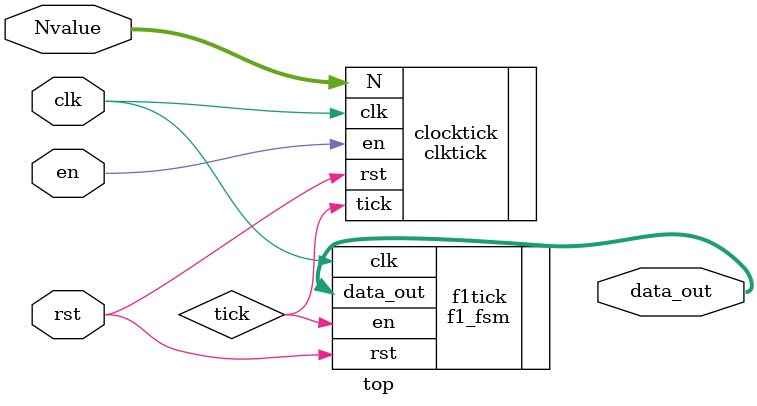
<source format=sv>
module top #(
    parameter WIDTH = 16
)(
    input logic rst,
    input logic en,
    input logic clk,
    input logic [WIDTH-1:0] Nvalue,
    output logic [7:0] data_out
);

clktick clocktick (
    .clk (clk),
    .rst (rst),
    .en (en),
    .N (Nvalue),
    .tick (tick)    // tick output
);

f1_fsm f1tick (
    .rst (rst),
    .en (tick),
    .clk (clk),
    .data_out (data_out)
);

endmodule

</source>
